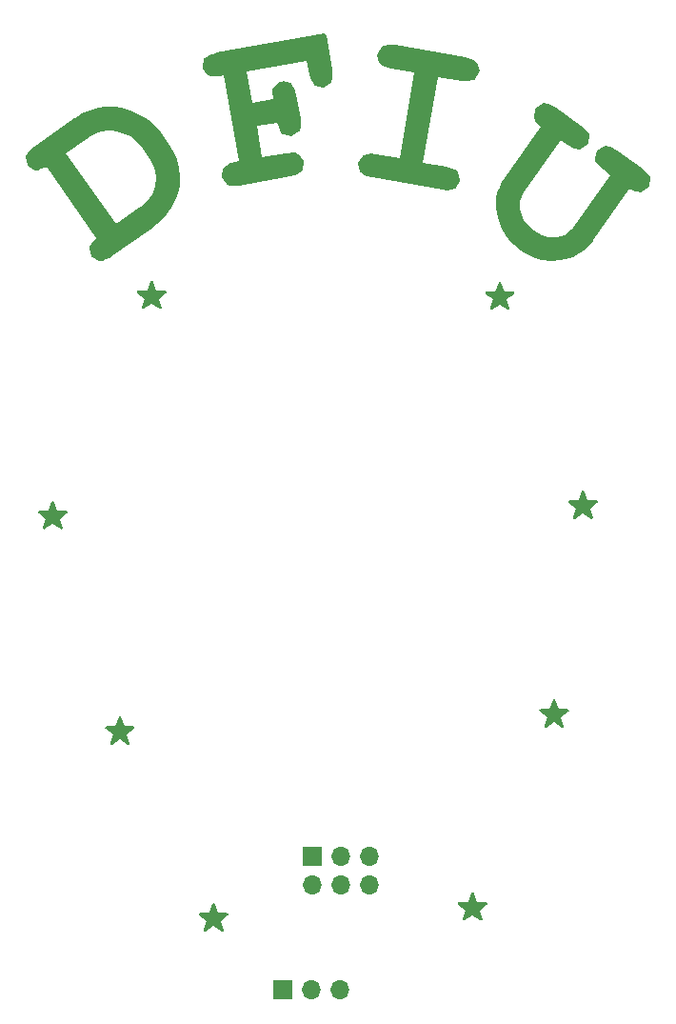
<source format=gbr>
%TF.GenerationSoftware,KiCad,Pcbnew,8.0.5*%
%TF.CreationDate,2024-10-29T18:32:59-07:00*%
%TF.ProjectId,dfiu-ch32v003,64666975-2d63-4683-9332-763030332e6b,rev?*%
%TF.SameCoordinates,Original*%
%TF.FileFunction,Soldermask,Top*%
%TF.FilePolarity,Negative*%
%FSLAX46Y46*%
G04 Gerber Fmt 4.6, Leading zero omitted, Abs format (unit mm)*
G04 Created by KiCad (PCBNEW 8.0.5) date 2024-10-29 18:32:59*
%MOMM*%
%LPD*%
G01*
G04 APERTURE LIST*
%ADD10R,1.700000X1.700000*%
%ADD11O,1.700000X1.700000*%
G04 APERTURE END LIST*
D10*
%TO.C,J2*%
X64790845Y-153029274D03*
D11*
X64790845Y-155569274D03*
X67330845Y-153029274D03*
X67330845Y-155569274D03*
X69870845Y-153029274D03*
X69870845Y-155569274D03*
%TD*%
D10*
%TO.C,J1*%
X62150000Y-164900000D03*
D11*
X64690000Y-164900000D03*
X67230000Y-164900000D03*
%TD*%
G36*
X72134700Y-80902027D02*
G01*
X72141907Y-80903081D01*
X78411438Y-82008569D01*
X78427905Y-82012651D01*
X79117761Y-82234736D01*
X79158746Y-82257180D01*
X79406878Y-82462206D01*
X79446020Y-82520082D01*
X79447335Y-82524482D01*
X79630960Y-83182836D01*
X79634278Y-83233653D01*
X79629031Y-83270454D01*
X79613767Y-83314764D01*
X79273895Y-83905816D01*
X79237294Y-83945738D01*
X79192996Y-83976607D01*
X79145985Y-83996550D01*
X78464262Y-84130357D01*
X78425969Y-84131839D01*
X78056939Y-84088662D01*
X78049817Y-84087618D01*
X75953522Y-83717984D01*
X74609899Y-91338047D01*
X76701373Y-91706830D01*
X76717840Y-91710912D01*
X77407696Y-91932996D01*
X77448681Y-91955440D01*
X77696813Y-92160466D01*
X77735955Y-92218342D01*
X77737270Y-92222742D01*
X77920895Y-92881096D01*
X77924213Y-92931913D01*
X77918966Y-92968714D01*
X77903702Y-93013024D01*
X77563829Y-93604077D01*
X77527230Y-93643998D01*
X77482935Y-93674866D01*
X77435922Y-93694810D01*
X76754198Y-93828618D01*
X76715905Y-93830100D01*
X76346874Y-93786922D01*
X76339752Y-93785878D01*
X70070060Y-92680362D01*
X70053820Y-92676353D01*
X69361976Y-92455095D01*
X69321568Y-92433237D01*
X69071486Y-92230105D01*
X69031861Y-92172559D01*
X69030012Y-92166398D01*
X68850352Y-91505806D01*
X68847254Y-91455716D01*
X68852474Y-91419202D01*
X68868444Y-91373714D01*
X69225175Y-90769413D01*
X69262398Y-90729796D01*
X69285017Y-90714469D01*
X69330377Y-90695506D01*
X70016908Y-90558903D01*
X70055432Y-90557349D01*
X70424635Y-90600288D01*
X70431842Y-90601342D01*
X72528093Y-90970968D01*
X73871716Y-83350906D01*
X71780125Y-82982102D01*
X71763885Y-82978093D01*
X71072041Y-82756834D01*
X71031633Y-82734976D01*
X70781551Y-82531844D01*
X70741926Y-82474298D01*
X70740077Y-82468137D01*
X70560417Y-81807546D01*
X70557319Y-81757456D01*
X70562539Y-81720942D01*
X70578509Y-81675454D01*
X70935240Y-81071153D01*
X70972462Y-81031537D01*
X70995082Y-81016209D01*
X71040444Y-80997245D01*
X71726975Y-80860643D01*
X71765498Y-80859089D01*
X72134700Y-80902027D01*
G37*
G36*
X47026039Y-86359873D02*
G01*
X47320555Y-86388466D01*
X47336321Y-86391031D01*
X48080266Y-86561841D01*
X48093756Y-86565754D01*
X48763016Y-86801758D01*
X48772891Y-86805725D01*
X49445051Y-87109828D01*
X49457827Y-87116529D01*
X50091718Y-87497606D01*
X50100006Y-87503051D01*
X50208548Y-87580749D01*
X50218824Y-87588963D01*
X50786719Y-88094545D01*
X50799356Y-88107574D01*
X51286960Y-88690171D01*
X51292363Y-88697113D01*
X51440808Y-88902467D01*
X51441890Y-88903988D01*
X51991974Y-89689591D01*
X51995881Y-89695526D01*
X52396793Y-90344254D01*
X52404507Y-90358820D01*
X52723617Y-91072386D01*
X52730107Y-91090583D01*
X52924315Y-91807443D01*
X52927887Y-91826319D01*
X53011820Y-92589885D01*
X53012392Y-92609923D01*
X52974285Y-93337121D01*
X52972036Y-93355003D01*
X52879418Y-93817048D01*
X52876360Y-93829123D01*
X52662781Y-94523684D01*
X52657894Y-94536865D01*
X52364138Y-95209516D01*
X52358836Y-95220219D01*
X52276908Y-95367336D01*
X52269025Y-95379709D01*
X51842425Y-95969128D01*
X51831094Y-95982644D01*
X51321789Y-96509087D01*
X51312472Y-96517776D01*
X50757014Y-96984834D01*
X50750619Y-96989862D01*
X50354454Y-97280866D01*
X50352169Y-97282505D01*
X46881931Y-99712392D01*
X46867613Y-99721040D01*
X46221954Y-100053792D01*
X46177927Y-100066909D01*
X45857455Y-100100109D01*
X45788744Y-100087437D01*
X45783080Y-100084388D01*
X45188932Y-99744317D01*
X45151322Y-99711089D01*
X45129196Y-99681582D01*
X45108323Y-99638124D01*
X44933264Y-98958568D01*
X44931572Y-98904236D01*
X44936754Y-98877268D01*
X44955272Y-98832004D01*
X45354278Y-98231990D01*
X45381283Y-98202867D01*
X45580641Y-98047415D01*
X41142529Y-91709133D01*
X40496678Y-92014296D01*
X40449552Y-92026043D01*
X40202611Y-92037703D01*
X40134718Y-92021202D01*
X40134694Y-92021188D01*
X39540121Y-91677401D01*
X39502956Y-91644409D01*
X39480667Y-91614662D01*
X39459821Y-91571240D01*
X39284757Y-90891663D01*
X39283065Y-90837331D01*
X39288221Y-90810498D01*
X39306887Y-90765012D01*
X39484781Y-90498740D01*
X42871150Y-90498740D01*
X47309263Y-96837021D01*
X49148928Y-95548873D01*
X49774199Y-95062433D01*
X50300634Y-94510990D01*
X50510158Y-94184263D01*
X50792882Y-93456275D01*
X50792883Y-93456272D01*
X50894097Y-92692134D01*
X50894098Y-92692113D01*
X50889304Y-92541266D01*
X50889304Y-92541262D01*
X50738795Y-91819812D01*
X50399757Y-91119270D01*
X50218248Y-90841958D01*
X49682406Y-90076696D01*
X49682404Y-90076694D01*
X49177704Y-89483052D01*
X48561485Y-89021427D01*
X48428878Y-88950757D01*
X47691305Y-88644121D01*
X46959990Y-88484898D01*
X46461712Y-88485518D01*
X45705973Y-88672271D01*
X45705965Y-88672274D01*
X45035715Y-89000705D01*
X45035711Y-89000707D01*
X44692808Y-89223201D01*
X42871151Y-90498739D01*
X42871150Y-90498740D01*
X39484781Y-90498740D01*
X39484782Y-90498739D01*
X39695742Y-90182974D01*
X39721883Y-90154635D01*
X40013195Y-89924024D01*
X40019289Y-89919496D01*
X43641479Y-87396605D01*
X43648209Y-87392234D01*
X44294112Y-87001844D01*
X44309035Y-86994152D01*
X44999657Y-86695494D01*
X45012578Y-86690739D01*
X45496627Y-86542561D01*
X45508531Y-86539553D01*
X46225863Y-86395630D01*
X46244756Y-86393329D01*
X47008557Y-86359415D01*
X47026039Y-86359873D01*
G37*
G36*
X65939798Y-79913740D02*
G01*
X65993979Y-79957857D01*
X66013881Y-80006527D01*
X66558988Y-83097980D01*
X66560793Y-83115098D01*
X66586525Y-83837595D01*
X66579315Y-83883895D01*
X66469774Y-84189121D01*
X66428602Y-84245571D01*
X66424566Y-84248543D01*
X65864621Y-84643754D01*
X65818613Y-84663797D01*
X65782639Y-84671355D01*
X65734189Y-84671861D01*
X65048156Y-84542627D01*
X64998969Y-84521624D01*
X64976256Y-84505377D01*
X64942452Y-84468955D01*
X64579811Y-83872665D01*
X64565123Y-83836931D01*
X64479523Y-83477102D01*
X64478041Y-83469936D01*
X64275100Y-82318998D01*
X58967755Y-83254826D01*
X59456345Y-86025758D01*
X61281985Y-85703849D01*
X61215575Y-84989878D01*
X61217682Y-84952941D01*
X61257532Y-84762935D01*
X61290559Y-84701364D01*
X61294148Y-84697865D01*
X61794274Y-84229670D01*
X61845520Y-84200803D01*
X62055832Y-84141794D01*
X62112742Y-84139414D01*
X62794736Y-84270535D01*
X62844033Y-84291859D01*
X62867315Y-84308712D01*
X62900445Y-84344550D01*
X63262630Y-84937875D01*
X63277423Y-84973780D01*
X63362944Y-85333206D01*
X63364428Y-85340377D01*
X63728754Y-87406573D01*
X63730552Y-87423481D01*
X63757515Y-88146100D01*
X63750534Y-88191987D01*
X63643093Y-88496457D01*
X63602222Y-88553126D01*
X63597491Y-88556623D01*
X63034964Y-88952224D01*
X62989099Y-88972152D01*
X62950480Y-88980256D01*
X62905741Y-88981392D01*
X62206664Y-88871402D01*
X62150660Y-88847445D01*
X61995436Y-88728860D01*
X61955272Y-88675595D01*
X61695089Y-88012128D01*
X61688793Y-87990438D01*
X61648427Y-87782048D01*
X59822787Y-88103956D01*
X60311377Y-90874889D01*
X62435324Y-90500379D01*
X62452193Y-90498583D01*
X63176402Y-90471330D01*
X63222592Y-90478402D01*
X63525884Y-90586197D01*
X63582460Y-90627196D01*
X63585201Y-90630881D01*
X63982922Y-91186729D01*
X64003419Y-91233344D01*
X64011076Y-91269721D01*
X64011888Y-91316582D01*
X63894664Y-91988231D01*
X63873926Y-92038262D01*
X63842859Y-92082419D01*
X63805503Y-92117240D01*
X63210654Y-92476142D01*
X63175177Y-92490631D01*
X62813638Y-92576273D01*
X62806588Y-92577728D01*
X58283124Y-93375336D01*
X58266560Y-93377120D01*
X57537707Y-93406345D01*
X57492283Y-93399660D01*
X57187261Y-93294383D01*
X57130312Y-93253903D01*
X57126409Y-93248671D01*
X56731680Y-92689410D01*
X56711637Y-92643401D01*
X56704152Y-92607773D01*
X56703773Y-92558659D01*
X56837711Y-91868386D01*
X56859791Y-91818210D01*
X56876906Y-91795099D01*
X56912200Y-91762903D01*
X57510853Y-91399418D01*
X57546485Y-91384783D01*
X57904887Y-91299439D01*
X57912079Y-91297950D01*
X58233180Y-91241331D01*
X56889557Y-83621268D01*
X56573057Y-83677076D01*
X56556493Y-83678860D01*
X55827642Y-83708085D01*
X55782217Y-83701400D01*
X55477195Y-83596122D01*
X55420247Y-83555642D01*
X55416344Y-83550411D01*
X55021614Y-82991150D01*
X55001571Y-82945138D01*
X54993988Y-82909040D01*
X54993437Y-82860836D01*
X55121971Y-82170970D01*
X55143400Y-82121010D01*
X55159380Y-82098917D01*
X55195616Y-82065525D01*
X55795848Y-81702000D01*
X55831451Y-81687415D01*
X56194805Y-81601179D01*
X56202042Y-81599688D01*
X65870368Y-79905919D01*
X65939798Y-79913740D01*
G37*
G36*
X85374689Y-86081026D02*
G01*
X86053349Y-86246674D01*
X86089056Y-86261608D01*
X86409363Y-86459232D01*
X86415376Y-86463187D01*
X88677286Y-88046992D01*
X88690485Y-88057651D01*
X89221848Y-88550473D01*
X89249508Y-88588135D01*
X89387744Y-88878816D01*
X89398759Y-88947812D01*
X89398092Y-88952355D01*
X89286281Y-89626631D01*
X89267812Y-89674088D01*
X89247504Y-89705224D01*
X89214943Y-89738933D01*
X88657123Y-90130972D01*
X88607079Y-90151685D01*
X88553889Y-90160940D01*
X88502855Y-90159147D01*
X87828453Y-89992309D01*
X87793122Y-89977469D01*
X87476927Y-89782386D01*
X87470913Y-89778430D01*
X86849631Y-89343403D01*
X86849630Y-89343404D01*
X83556770Y-94046096D01*
X83261103Y-94731205D01*
X83261102Y-94731208D01*
X83247340Y-95465664D01*
X83247341Y-95465668D01*
X83308915Y-95773351D01*
X83594783Y-96474998D01*
X84064515Y-97073932D01*
X84479820Y-97416165D01*
X85155538Y-97776968D01*
X85155545Y-97776970D01*
X85804246Y-97945492D01*
X85804261Y-97945494D01*
X86561181Y-97950333D01*
X87218825Y-97777613D01*
X87830452Y-97329839D01*
X87830458Y-97329833D01*
X87977359Y-97141431D01*
X91270222Y-92438736D01*
X91270221Y-92438735D01*
X90652863Y-92006456D01*
X90639839Y-91995959D01*
X90106325Y-91503046D01*
X90078941Y-91466160D01*
X89938136Y-91176370D01*
X89926543Y-91107468D01*
X89927471Y-91101103D01*
X90043823Y-90426477D01*
X90062183Y-90379772D01*
X90082345Y-90348885D01*
X90116043Y-90314407D01*
X90694740Y-89917485D01*
X90745219Y-89897311D01*
X90772198Y-89892979D01*
X90821323Y-89894963D01*
X91501259Y-90061299D01*
X91536830Y-90076171D01*
X91853298Y-90271121D01*
X91859384Y-90275122D01*
X94121246Y-91858894D01*
X94134445Y-91869553D01*
X94665808Y-92362375D01*
X94693468Y-92400037D01*
X94831705Y-92690719D01*
X94842720Y-92759715D01*
X94842052Y-92764258D01*
X94730240Y-93438530D01*
X94711773Y-93485985D01*
X94691684Y-93516786D01*
X94658483Y-93550943D01*
X94079782Y-93952244D01*
X94030192Y-93972544D01*
X94003724Y-93977108D01*
X93952949Y-93975301D01*
X93255638Y-93803252D01*
X93219389Y-93787868D01*
X93001844Y-93651230D01*
X89764579Y-98274526D01*
X89758099Y-98282983D01*
X89265565Y-98871540D01*
X89249350Y-98887636D01*
X88684173Y-99353592D01*
X88664484Y-99366877D01*
X88021948Y-99715925D01*
X88000819Y-99724978D01*
X87276648Y-99958536D01*
X87260530Y-99962565D01*
X86815789Y-100042533D01*
X86800535Y-100044309D01*
X86002897Y-100087405D01*
X85982363Y-100086811D01*
X85213700Y-100000454D01*
X85192991Y-99996318D01*
X84449799Y-99780687D01*
X84430642Y-99773362D01*
X83709646Y-99426874D01*
X83696517Y-99419554D01*
X83299232Y-99165309D01*
X83288086Y-99157272D01*
X82696178Y-98678471D01*
X82682946Y-98666061D01*
X82182871Y-98122999D01*
X82174126Y-98112375D01*
X81978054Y-97845249D01*
X81970443Y-97833554D01*
X81610256Y-97205347D01*
X81601947Y-97187798D01*
X81344519Y-96511805D01*
X81340289Y-96498484D01*
X81257423Y-96175407D01*
X81254995Y-96163571D01*
X81137612Y-95405406D01*
X81136162Y-95388022D01*
X81126471Y-94631151D01*
X81126920Y-94618907D01*
X81138233Y-94487743D01*
X81141594Y-94467856D01*
X81316947Y-93777880D01*
X81326301Y-93752802D01*
X81648156Y-93111502D01*
X81655159Y-93099323D01*
X81876590Y-92760244D01*
X81878838Y-92756921D01*
X85118007Y-88130908D01*
X84610354Y-87628379D01*
X84583197Y-87588113D01*
X84487782Y-87360052D01*
X84480067Y-87290609D01*
X84480072Y-87290582D01*
X84599770Y-86614284D01*
X84618061Y-86568077D01*
X84638522Y-86536757D01*
X84671813Y-86502580D01*
X85248481Y-86103870D01*
X85298642Y-86083548D01*
X85324927Y-86079173D01*
X85374689Y-86081026D01*
G37*
G36*
X88906934Y-120521475D02*
G01*
X88957743Y-120569436D01*
X88967910Y-120591596D01*
X89237613Y-121374702D01*
X89237614Y-121374703D01*
X90044822Y-121374703D01*
X90111861Y-121394388D01*
X90157616Y-121447192D01*
X90167560Y-121516350D01*
X90138535Y-121579906D01*
X90121302Y-121596308D01*
X89476483Y-122101568D01*
X89476483Y-122101570D01*
X89726189Y-122864903D01*
X89728324Y-122934740D01*
X89692363Y-122994645D01*
X89629723Y-123025597D01*
X89560293Y-123017771D01*
X89539871Y-123006842D01*
X88850000Y-122550000D01*
X88849999Y-122550000D01*
X88165104Y-123005575D01*
X88098383Y-123026315D01*
X88031042Y-123007690D01*
X87984460Y-122955614D01*
X87973427Y-122886621D01*
X87978574Y-122863776D01*
X88227913Y-122101569D01*
X88227913Y-122101568D01*
X87583094Y-121596308D01*
X87542465Y-121539465D01*
X87539018Y-121469681D01*
X87573847Y-121409110D01*
X87635893Y-121376985D01*
X87659574Y-121374703D01*
X88466782Y-121374703D01*
X88733286Y-120592006D01*
X88773528Y-120534889D01*
X88838262Y-120508596D01*
X88906934Y-120521475D01*
G37*
G36*
X86331934Y-139071475D02*
G01*
X86382743Y-139119436D01*
X86392910Y-139141596D01*
X86662613Y-139924702D01*
X86662614Y-139924703D01*
X87469822Y-139924703D01*
X87536861Y-139944388D01*
X87582616Y-139997192D01*
X87592560Y-140066350D01*
X87563535Y-140129906D01*
X87546302Y-140146308D01*
X86901483Y-140651568D01*
X86901483Y-140651570D01*
X87151189Y-141414903D01*
X87153324Y-141484740D01*
X87117363Y-141544645D01*
X87054723Y-141575597D01*
X86985293Y-141567771D01*
X86964871Y-141556842D01*
X86275000Y-141100000D01*
X86274999Y-141100000D01*
X85590104Y-141555575D01*
X85523383Y-141576315D01*
X85456042Y-141557690D01*
X85409460Y-141505614D01*
X85398427Y-141436621D01*
X85403574Y-141413776D01*
X85652913Y-140651569D01*
X85652913Y-140651568D01*
X85008094Y-140146308D01*
X84967465Y-140089465D01*
X84964018Y-140019681D01*
X84998847Y-139959110D01*
X85060893Y-139926985D01*
X85084574Y-139924703D01*
X85891782Y-139924703D01*
X86158286Y-139142006D01*
X86198528Y-139084889D01*
X86263262Y-139058596D01*
X86331934Y-139071475D01*
G37*
G36*
X81506934Y-101946475D02*
G01*
X81557743Y-101994436D01*
X81567910Y-102016596D01*
X81837613Y-102799702D01*
X81837614Y-102799703D01*
X82644822Y-102799703D01*
X82711861Y-102819388D01*
X82757616Y-102872192D01*
X82767560Y-102941350D01*
X82738535Y-103004906D01*
X82721302Y-103021308D01*
X82076483Y-103526568D01*
X82076483Y-103526570D01*
X82326189Y-104289903D01*
X82328324Y-104359740D01*
X82292363Y-104419645D01*
X82229723Y-104450597D01*
X82160293Y-104442771D01*
X82139871Y-104431842D01*
X81450000Y-103975000D01*
X81449999Y-103975000D01*
X80765104Y-104430575D01*
X80698383Y-104451315D01*
X80631042Y-104432690D01*
X80584460Y-104380614D01*
X80573427Y-104311621D01*
X80578574Y-104288776D01*
X80827913Y-103526569D01*
X80827913Y-103526568D01*
X80183094Y-103021308D01*
X80142465Y-102964465D01*
X80139018Y-102894681D01*
X80173847Y-102834110D01*
X80235893Y-102801985D01*
X80259574Y-102799703D01*
X81066782Y-102799703D01*
X81333286Y-102017006D01*
X81373528Y-101959889D01*
X81438262Y-101933596D01*
X81506934Y-101946475D01*
G37*
G36*
X50552537Y-101867567D02*
G01*
X50603346Y-101915528D01*
X50613513Y-101937688D01*
X50883216Y-102720794D01*
X50883217Y-102720795D01*
X51690425Y-102720795D01*
X51757464Y-102740480D01*
X51803219Y-102793284D01*
X51813163Y-102862442D01*
X51784138Y-102925998D01*
X51766905Y-102942400D01*
X51122086Y-103447660D01*
X51122086Y-103447662D01*
X51371792Y-104210995D01*
X51373927Y-104280832D01*
X51337966Y-104340737D01*
X51275326Y-104371689D01*
X51205896Y-104363863D01*
X51185474Y-104352934D01*
X50495603Y-103896092D01*
X50495602Y-103896092D01*
X49810707Y-104351667D01*
X49743986Y-104372407D01*
X49676645Y-104353782D01*
X49630063Y-104301706D01*
X49619030Y-104232713D01*
X49624177Y-104209868D01*
X49873516Y-103447661D01*
X49873516Y-103447660D01*
X49228697Y-102942400D01*
X49188068Y-102885557D01*
X49184621Y-102815773D01*
X49219450Y-102755202D01*
X49281496Y-102723077D01*
X49305177Y-102720795D01*
X50112385Y-102720795D01*
X50378889Y-101938098D01*
X50419131Y-101880981D01*
X50483865Y-101854688D01*
X50552537Y-101867567D01*
G37*
G36*
X47719321Y-140596772D02*
G01*
X47770130Y-140644733D01*
X47780297Y-140666893D01*
X48050000Y-141449999D01*
X48050001Y-141450000D01*
X48857209Y-141450000D01*
X48924248Y-141469685D01*
X48970003Y-141522489D01*
X48979947Y-141591647D01*
X48950922Y-141655203D01*
X48933689Y-141671605D01*
X48288870Y-142176865D01*
X48288870Y-142176867D01*
X48538576Y-142940200D01*
X48540711Y-143010037D01*
X48504750Y-143069942D01*
X48442110Y-143100894D01*
X48372680Y-143093068D01*
X48352258Y-143082139D01*
X47662387Y-142625297D01*
X47662386Y-142625297D01*
X46977491Y-143080872D01*
X46910770Y-143101612D01*
X46843429Y-143082987D01*
X46796847Y-143030911D01*
X46785814Y-142961918D01*
X46790961Y-142939073D01*
X47040300Y-142176866D01*
X47040300Y-142176865D01*
X46395481Y-141671605D01*
X46354852Y-141614762D01*
X46351405Y-141544978D01*
X46386234Y-141484407D01*
X46448280Y-141452282D01*
X46471961Y-141450000D01*
X47279169Y-141450000D01*
X47545673Y-140667303D01*
X47585915Y-140610186D01*
X47650649Y-140583893D01*
X47719321Y-140596772D01*
G37*
G36*
X56055451Y-157194905D02*
G01*
X56106260Y-157242866D01*
X56116427Y-157265026D01*
X56386130Y-158048132D01*
X56386131Y-158048133D01*
X57193339Y-158048133D01*
X57260378Y-158067818D01*
X57306133Y-158120622D01*
X57316077Y-158189780D01*
X57287052Y-158253336D01*
X57269819Y-158269738D01*
X56625000Y-158774998D01*
X56625000Y-158775000D01*
X56874706Y-159538333D01*
X56876841Y-159608170D01*
X56840880Y-159668075D01*
X56778240Y-159699027D01*
X56708810Y-159691201D01*
X56688388Y-159680272D01*
X55998517Y-159223430D01*
X55998516Y-159223430D01*
X55313621Y-159679005D01*
X55246900Y-159699745D01*
X55179559Y-159681120D01*
X55132977Y-159629044D01*
X55121944Y-159560051D01*
X55127091Y-159537206D01*
X55376430Y-158774999D01*
X55376430Y-158774998D01*
X54731611Y-158269738D01*
X54690982Y-158212895D01*
X54687535Y-158143111D01*
X54722364Y-158082540D01*
X54784410Y-158050415D01*
X54808091Y-158048133D01*
X55615299Y-158048133D01*
X55881803Y-157265436D01*
X55922045Y-157208319D01*
X55986779Y-157182026D01*
X56055451Y-157194905D01*
G37*
G36*
X79081934Y-156221475D02*
G01*
X79132743Y-156269436D01*
X79142910Y-156291596D01*
X79412613Y-157074702D01*
X79412614Y-157074703D01*
X80219822Y-157074703D01*
X80286861Y-157094388D01*
X80332616Y-157147192D01*
X80342560Y-157216350D01*
X80313535Y-157279906D01*
X80296302Y-157296308D01*
X79651483Y-157801568D01*
X79651483Y-157801570D01*
X79901189Y-158564903D01*
X79903324Y-158634740D01*
X79867363Y-158694645D01*
X79804723Y-158725597D01*
X79735293Y-158717771D01*
X79714871Y-158706842D01*
X79025000Y-158250000D01*
X79024999Y-158250000D01*
X78340104Y-158705575D01*
X78273383Y-158726315D01*
X78206042Y-158707690D01*
X78159460Y-158655614D01*
X78148427Y-158586621D01*
X78153574Y-158563776D01*
X78402913Y-157801569D01*
X78402913Y-157801568D01*
X77758094Y-157296308D01*
X77717465Y-157239465D01*
X77714018Y-157169681D01*
X77748847Y-157109110D01*
X77810893Y-157076985D01*
X77834574Y-157074703D01*
X78641782Y-157074703D01*
X78908286Y-156292006D01*
X78948528Y-156234889D01*
X79013262Y-156208596D01*
X79081934Y-156221475D01*
G37*
G36*
X41755451Y-121444905D02*
G01*
X41806260Y-121492866D01*
X41816427Y-121515026D01*
X42086130Y-122298132D01*
X42086131Y-122298133D01*
X42893339Y-122298133D01*
X42960378Y-122317818D01*
X43006133Y-122370622D01*
X43016077Y-122439780D01*
X42987052Y-122503336D01*
X42969819Y-122519738D01*
X42325000Y-123024998D01*
X42325000Y-123025000D01*
X42574706Y-123788333D01*
X42576841Y-123858170D01*
X42540880Y-123918075D01*
X42478240Y-123949027D01*
X42408810Y-123941201D01*
X42388388Y-123930272D01*
X41698517Y-123473430D01*
X41698516Y-123473430D01*
X41013621Y-123929005D01*
X40946900Y-123949745D01*
X40879559Y-123931120D01*
X40832977Y-123879044D01*
X40821944Y-123810051D01*
X40827091Y-123787206D01*
X41076430Y-123024999D01*
X41076430Y-123024998D01*
X40431611Y-122519738D01*
X40390982Y-122462895D01*
X40387535Y-122393111D01*
X40422364Y-122332540D01*
X40484410Y-122300415D01*
X40508091Y-122298133D01*
X41315299Y-122298133D01*
X41581803Y-121515436D01*
X41622045Y-121458319D01*
X41686779Y-121432026D01*
X41755451Y-121444905D01*
G37*
M02*

</source>
